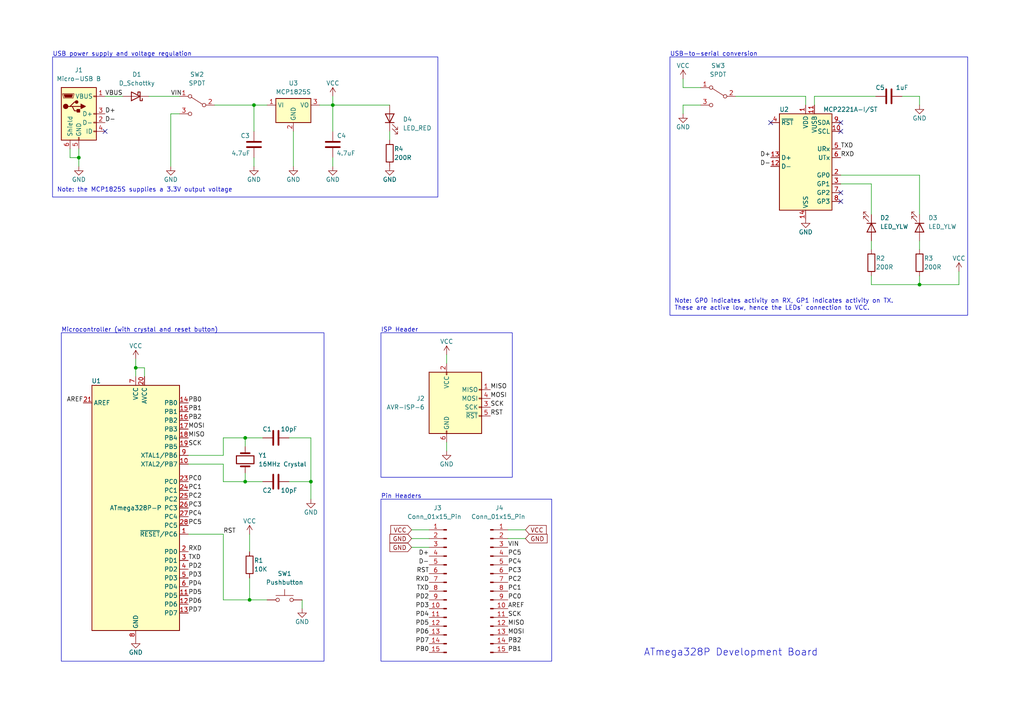
<source format=kicad_sch>
(kicad_sch (version 20230121) (generator eeschema)
  (paper "A4")
  (lib_symbols
    (symbol "Connector:AVR-ISP-6" (pin_names (offset 1.016))
      (property "Reference" "J" (at -6.35 11.43 0))
      (property "Value" "AVR-ISP-6" (at 0 11.43 0))
      (symbol "AVR-ISP-6_0_1"
        (rectangle (start -2.667 -6.858) (end -2.413 -7.62))
        (rectangle (start -2.667 10.16) (end -2.413 9.398))
        (rectangle (start 7.62 -2.413) (end 6.858 -2.667))
        (rectangle (start 7.62 0.127) (end 6.858 -0.127))
        (rectangle (start 7.62 2.667) (end 6.858 2.413))
        (rectangle (start 7.62 5.207) (end 6.858 4.953))
        (rectangle (start 7.62 10.16) (end -7.62 -7.62) (stroke (width 0.254)) (fill (type background)))
      )
      (symbol "AVR-ISP-6_1_1"
        (pin passive line (at 10.16 5.08 180) (length 2.54) (name "MISO") (number "1"))
        (pin passive line (at -2.54 12.7 270) (length 2.54) (name "VCC") (number "2"))
        (pin passive line (at 10.16 0 180) (length 2.54) (name "SCK") (number "3"))
        (pin passive line (at 10.16 2.54 180) (length 2.54) (name "MOSI") (number "4"))
        (pin passive line (at 10.16 -2.54 180) (length 2.54) (name "~{RST}") (number "5"))
        (pin passive line (at -2.54 -10.16 90) (length 2.54) (name "GND") (number "6"))
      )
    )
    (symbol "Connector:Conn_01x15_Pin" (pin_names (offset 1.016) hide)
      (property "Reference" "J" (at 0 20.32 0))
      (property "Value" "Conn_01x15_Pin" (at 0 -20.32 0))
      (symbol "Conn_01x15_Pin_1_1"
        (polyline (pts (xy 1.27 -17.78) (xy 0.8636 -17.78)) (stroke (width 0.1524)))
        (polyline (pts (xy 1.27 -15.24) (xy 0.8636 -15.24)) (stroke (width 0.1524)))
        (polyline (pts (xy 1.27 -12.7) (xy 0.8636 -12.7)) (stroke (width 0.1524)))
        (polyline (pts (xy 1.27 -10.16) (xy 0.8636 -10.16)) (stroke (width 0.1524)))
        (polyline (pts (xy 1.27 -7.62) (xy 0.8636 -7.62)) (stroke (width 0.1524)))
        (polyline (pts (xy 1.27 -5.08) (xy 0.8636 -5.08)) (stroke (width 0.1524)))
        (polyline (pts (xy 1.27 -2.54) (xy 0.8636 -2.54)) (stroke (width 0.1524)))
        (polyline (pts (xy 1.27 0) (xy 0.8636 0)) (stroke (width 0.1524)))
        (polyline (pts (xy 1.27 2.54) (xy 0.8636 2.54)) (stroke (width 0.1524)))
        (polyline (pts (xy 1.27 5.08) (xy 0.8636 5.08)) (stroke (width 0.1524)))
        (polyline (pts (xy 1.27 7.62) (xy 0.8636 7.62)) (stroke (width 0.1524)))
        (polyline (pts (xy 1.27 10.16) (xy 0.8636 10.16)) (stroke (width 0.1524)))
        (polyline (pts (xy 1.27 12.7) (xy 0.8636 12.7)) (stroke (width 0.1524)))
        (polyline (pts (xy 1.27 15.24) (xy 0.8636 15.24)) (stroke (width 0.1524)))
        (polyline (pts (xy 1.27 17.78) (xy 0.8636 17.78)) (stroke (width 0.1524)))
        (rectangle (start 0.8636 -17.653) (end 0 -17.907) (stroke (width 0.1524)) (fill (type outline)))
        (rectangle (start 0.8636 -15.113) (end 0 -15.367) (stroke (width 0.1524)) (fill (type outline)))
        (rectangle (start 0.8636 -12.573) (end 0 -12.827) (stroke (width 0.1524)) (fill (type outline)))
        (rectangle (start 0.8636 -10.033) (end 0 -10.287) (stroke (width 0.1524)) (fill (type outline)))
        (rectangle (start 0.8636 -7.493) (end 0 -7.747) (stroke (width 0.1524)) (fill (type outline)))
        (rectangle (start 0.8636 -4.953) (end 0 -5.207) (stroke (width 0.1524)) (fill (type outline)))
        (rectangle (start 0.8636 -2.413) (end 0 -2.667) (stroke (width 0.1524)) (fill (type outline)))
        (rectangle (start 0.8636 0.127) (end 0 -0.127) (stroke (width 0.1524)) (fill (type outline)))
        (rectangle (start 0.8636 2.667) (end 0 2.413) (stroke (width 0.1524)) (fill (type outline)))
        (rectangle (start 0.8636 5.207) (end 0 4.953) (stroke (width 0.1524)) (fill (type outline)))
        (rectangle (start 0.8636 7.747) (end 0 7.493) (stroke (width 0.1524)) (fill (type outline)))
        (rectangle (start 0.8636 10.287) (end 0 10.033) (stroke (width 0.1524)) (fill (type outline)))
        (rectangle (start 0.8636 12.827) (end 0 12.573) (stroke (width 0.1524)) (fill (type outline)))
        (rectangle (start 0.8636 15.367) (end 0 15.113) (stroke (width 0.1524)) (fill (type outline)))
        (rectangle (start 0.8636 17.907) (end 0 17.653) (stroke (width 0.1524)) (fill (type outline)))
        (pin passive line (at 5.08 17.78 180) (length 3.81) (name "Pin_1") (number "1"))
        (pin passive line (at 5.08 -5.08 180) (length 3.81) (name "Pin_10") (number "10"))
        (pin passive line (at 5.08 -7.62 180) (length 3.81) (name "Pin_11") (number "11"))
        (pin passive line (at 5.08 -10.16 180) (length 3.81) (name "Pin_12") (number "12"))
        (pin passive line (at 5.08 -12.7 180) (length 3.81) (name "Pin_13") (number "13"))
        (pin passive line (at 5.08 -15.24 180) (length 3.81) (name "Pin_14") (number "14"))
        (pin passive line (at 5.08 -17.78 180) (length 3.81) (name "Pin_15") (number "15"))
        (pin passive line (at 5.08 15.24 180) (length 3.81) (name "Pin_2") (number "2"))
        (pin passive line (at 5.08 12.7 180) (length 3.81) (name "Pin_3") (number "3"))
        (pin passive line (at 5.08 10.16 180) (length 3.81) (name "Pin_4") (number "4"))
        (pin passive line (at 5.08 7.62 180) (length 3.81) (name "Pin_5") (number "5"))
        (pin passive line (at 5.08 5.08 180) (length 3.81) (name "Pin_6") (number "6"))
        (pin passive line (at 5.08 2.54 180) (length 3.81) (name "Pin_7") (number "7"))
        (pin passive line (at 5.08 0 180) (length 3.81) (name "Pin_8") (number "8"))
        (pin passive line (at 5.08 -2.54 180) (length 3.81) (name "Pin_9") (number "9"))
      )
    )
    (symbol "Connector:USB_B_Micro" (pin_names (offset 1.016))
      (property "Reference" "J" (at -5.08 11.43 0))
      (property "Value" "USB_B_Micro" (at -5.08 8.89 0))
      (symbol "USB_B_Micro_0_1"
        (rectangle (start -5.08 -7.62) (end 5.08 7.62) (stroke (width 0.254)) (fill (type background)))
        (circle (center -3.81 2.159) (radius 0.635) (stroke (width 0.254)) (fill (type outline)))
        (circle (center -0.635 3.429) (radius 0.381) (stroke (width 0.254)) (fill (type outline)))
        (rectangle (start -0.127 -7.62) (end 0.127 -6.858))
        (polyline (pts (xy -1.905 2.159) (xy 0.635 2.159)) (stroke (width 0.254)))
        (polyline (pts (xy -3.175 2.159) (xy -2.54 2.159) (xy -1.27 3.429) (xy -0.635 3.429)) (stroke (width 0.254)))
        (polyline (pts (xy -2.54 2.159) (xy -1.905 2.159) (xy -1.27 0.889) (xy 0 0.889)) (stroke (width 0.254)))
        (polyline (pts (xy 0.635 2.794) (xy 0.635 1.524) (xy 1.905 2.159) (xy 0.635 2.794)) (stroke (width 0.254)) (fill (type outline)))
        (polyline (pts (xy -4.318 5.588) (xy -1.778 5.588) (xy -2.032 4.826) (xy -4.064 4.826) (xy -4.318 5.588)) (fill (type outline)))
        (polyline (pts (xy -4.699 5.842) (xy -4.699 5.588) (xy -4.445 4.826) (xy -4.445 4.572) (xy -1.651 4.572) (xy -1.651 4.826) (xy -1.397 5.588) (xy -1.397 5.842) (xy -4.699 5.842)))
        (rectangle (start 0.254 1.27) (end -0.508 0.508) (stroke (width 0.254)) (fill (type outline)))
        (rectangle (start 5.08 -5.207) (end 4.318 -4.953))
        (rectangle (start 5.08 -2.667) (end 4.318 -2.413))
        (rectangle (start 5.08 -0.127) (end 4.318 0.127))
        (rectangle (start 5.08 4.953) (end 4.318 5.207))
      )
      (symbol "USB_B_Micro_1_1"
        (pin power_out line (at 7.62 5.08 180) (length 2.54) (name "VBUS") (number "1"))
        (pin bidirectional line (at 7.62 -2.54 180) (length 2.54) (name "D-") (number "2"))
        (pin bidirectional line (at 7.62 0 180) (length 2.54) (name "D+") (number "3"))
        (pin passive line (at 7.62 -5.08 180) (length 2.54) (name "ID") (number "4"))
        (pin power_out line (at 0 -10.16 90) (length 2.54) (name "GND") (number "5"))
        (pin passive line (at -2.54 -10.16 90) (length 2.54) (name "Shield") (number "6"))
      )
    )
    (symbol "Device:C" (pin_numbers hide) (pin_names (offset 0.254))
      (property "Reference" "C" (at 0.635 2.54 0))
      (property "Value" "C" (at 0.635 -2.54 0))
      (symbol "C_0_1"
        (polyline (pts (xy -2.032 -0.762) (xy 2.032 -0.762)) (stroke (width 0.508)))
        (polyline (pts (xy -2.032 0.762) (xy 2.032 0.762)) (stroke (width 0.508)))
      )
      (symbol "C_1_1"
        (pin passive line (at 0 3.81 270) (length 2.794) (name "~") (number "1"))
        (pin passive line (at 0 -3.81 90) (length 2.794) (name "~") (number "2"))
      )
    )
    (symbol "Device:Crystal" (pin_numbers hide) (pin_names (offset 1.016) hide)
      (property "Reference" "Y" (at 0 3.81 0))
      (property "Value" "Crystal" (at 0 -3.81 0))
      (symbol "Crystal_0_1"
        (rectangle (start -1.143 2.54) (end 1.143 -2.54) (stroke (width 0.3048)))
        (polyline (pts (xy -2.54 0) (xy -1.905 0)))
        (polyline (pts (xy -1.905 -1.27) (xy -1.905 1.27)) (stroke (width 0.508)))
        (polyline (pts (xy 1.905 -1.27) (xy 1.905 1.27)) (stroke (width 0.508)))
        (polyline (pts (xy 2.54 0) (xy 1.905 0)))
      )
      (symbol "Crystal_1_1"
        (pin passive line (at -3.81 0 0) (length 1.27) (name "1") (number "1"))
        (pin passive line (at 3.81 0 180) (length 1.27) (name "2") (number "2"))
      )
    )
    (symbol "Device:D_Schottky" (pin_numbers hide) (pin_names (offset 1.016) hide)
      (property "Reference" "D" (at 0 2.54 0))
      (property "Value" "D_Schottky" (at 0 -2.54 0))
      (symbol "D_Schottky_0_1"
        (polyline (pts (xy 1.27 0) (xy -1.27 0)))
        (polyline (pts (xy 1.27 1.27) (xy 1.27 -1.27) (xy -1.27 0) (xy 1.27 1.27)) (stroke (width 0.254)))
        (polyline (pts (xy -1.905 0.635) (xy -1.905 1.27) (xy -1.27 1.27) (xy -1.27 -1.27) (xy -0.635 -1.27) (xy -0.635 -0.635)) (stroke (width 0.254)))
      )
      (symbol "D_Schottky_1_1"
        (pin passive line (at -3.81 0 0) (length 2.54) (name "K") (number "1"))
        (pin passive line (at 3.81 0 180) (length 2.54) (name "A") (number "2"))
      )
    )
    (symbol "Device:LED" (pin_numbers hide) (pin_names (offset 1.016) hide)
      (property "Reference" "D" (at 0 2.54 0))
      (property "Value" "LED" (at 0 -2.54 0))
      (symbol "LED_0_1"
        (polyline (pts (xy -1.27 -1.27) (xy -1.27 1.27)) (stroke (width 0.254)))
        (polyline (pts (xy -1.27 0) (xy 1.27 0)))
        (polyline (pts (xy 1.27 -1.27) (xy 1.27 1.27) (xy -1.27 0) (xy 1.27 -1.27)) (stroke (width 0.254)))
        (polyline (pts (xy -3.048 -0.762) (xy -4.572 -2.286) (xy -3.81 -2.286) (xy -4.572 -2.286) (xy -4.572 -1.524)))
        (polyline (pts (xy -1.778 -0.762) (xy -3.302 -2.286) (xy -2.54 -2.286) (xy -3.302 -2.286) (xy -3.302 -1.524)))
      )
      (symbol "LED_1_1"
        (pin passive line (at -3.81 0 0) (length 2.54) (name "K") (number "1"))
        (pin passive line (at 3.81 0 180) (length 2.54) (name "A") (number "2"))
      )
    )
    (symbol "Device:R" (pin_numbers hide) (pin_names (offset 0))
      (property "Reference" "R" (at 2.032 0 90))
      (property "Value" "R" (at 0 0 90))
      (symbol "R_0_1"
        (rectangle (start -1.016 -2.54) (end 1.016 2.54) (stroke (width 0.254)))
      )
      (symbol "R_1_1"
        (pin passive line (at 0 3.81 270) (length 1.27) (name "~") (number "1"))
        (pin passive line (at 0 -3.81 90) (length 1.27) (name "~") (number "2"))
      )
    )
    (symbol "Interface_USB:MCP2221AxST"
      (property "Reference" "U" (at -7.62 16.51 0))
      (property "Value" "MCP2221AxST" (at 12.7 16.51 0))
      (symbol "MCP2221AxST_0_1"
        (rectangle (start -7.62 15.24) (end 7.62 -12.7) (stroke (width 0.254)) (fill (type background)))
      )
      (symbol "MCP2221AxST_1_1"
        (pin power_in line (at 0 17.78 270) (length 2.54) (name "VDD") (number "1"))
        (pin bidirectional line (at 10.16 10.16 180) (length 2.54) (name "SCL") (number "10"))
        (pin passive line (at 2.54 17.78 270) (length 2.54) (name "VUSB") (number "11"))
        (pin bidirectional line (at -10.16 0 0) (length 2.54) (name "D-") (number "12"))
        (pin bidirectional line (at -10.16 2.54 0) (length 2.54) (name "D+") (number "13"))
        (pin power_in line (at 0 -15.24 90) (length 2.54) (name "VSS") (number "14"))
        (pin bidirectional line (at 10.16 -2.54 180) (length 2.54) (name "GP0") (number "2"))
        (pin bidirectional line (at 10.16 -5.08 180) (length 2.54) (name "GP1") (number "3"))
        (pin input line (at -10.16 12.7 0) (length 2.54) (name "~{RST}") (number "4"))
        (pin input line (at 10.16 5.08 180) (length 2.54) (name "URx") (number "5"))
        (pin output line (at 10.16 2.54 180) (length 2.54) (name "UTx") (number "6"))
        (pin bidirectional line (at 10.16 -7.62 180) (length 2.54) (name "GP2") (number "7"))
        (pin bidirectional line (at 10.16 -10.16 180) (length 2.54) (name "GP3") (number "8"))
        (pin bidirectional line (at 10.16 12.7 180) (length 2.54) (name "SDA") (number "9"))
      )
    )
    (symbol "MCU_Microchip_ATmega:ATmega328P-P"
      (property "Reference" "U" (at -12.7 36.83 0))
      (property "Value" "ATmega328P-P" (at 2.54 -36.83 0))
      (symbol "ATmega328P-P_0_1"
        (rectangle (start -12.7 -35.56) (end 12.7 35.56) (stroke (width 0.254)) (fill (type background)))
      )
      (symbol "ATmega328P-P_1_1"
        (pin bidirectional line (at 15.24 -7.62 180) (length 2.54) (name "~{RESET}/PC6") (number "1"))
        (pin bidirectional line (at 15.24 12.7 180) (length 2.54) (name "XTAL2/PB7") (number "10"))
        (pin bidirectional line (at 15.24 -25.4 180) (length 2.54) (name "PD5") (number "11"))
        (pin bidirectional line (at 15.24 -27.94 180) (length 2.54) (name "PD6") (number "12"))
        (pin bidirectional line (at 15.24 -30.48 180) (length 2.54) (name "PD7") (number "13"))
        (pin bidirectional line (at 15.24 30.48 180) (length 2.54) (name "PB0") (number "14"))
        (pin bidirectional line (at 15.24 27.94 180) (length 2.54) (name "PB1") (number "15"))
        (pin bidirectional line (at 15.24 25.4 180) (length 2.54) (name "PB2") (number "16"))
        (pin bidirectional line (at 15.24 22.86 180) (length 2.54) (name "PB3") (number "17"))
        (pin bidirectional line (at 15.24 20.32 180) (length 2.54) (name "PB4") (number "18"))
        (pin bidirectional line (at 15.24 17.78 180) (length 2.54) (name "PB5") (number "19"))
        (pin bidirectional line (at 15.24 -12.7 180) (length 2.54) (name "PD0") (number "2"))
        (pin power_in line (at 2.54 38.1 270) (length 2.54) (name "AVCC") (number "20"))
        (pin passive line (at -15.24 30.48 0) (length 2.54) (name "AREF") (number "21"))
        (pin passive line (at 0 -38.1 90) (length 2.54) hide (name "GND") (number "22"))
        (pin bidirectional line (at 15.24 7.62 180) (length 2.54) (name "PC0") (number "23"))
        (pin bidirectional line (at 15.24 5.08 180) (length 2.54) (name "PC1") (number "24"))
        (pin bidirectional line (at 15.24 2.54 180) (length 2.54) (name "PC2") (number "25"))
        (pin bidirectional line (at 15.24 0 180) (length 2.54) (name "PC3") (number "26"))
        (pin bidirectional line (at 15.24 -2.54 180) (length 2.54) (name "PC4") (number "27"))
        (pin bidirectional line (at 15.24 -5.08 180) (length 2.54) (name "PC5") (number "28"))
        (pin bidirectional line (at 15.24 -15.24 180) (length 2.54) (name "PD1") (number "3"))
        (pin bidirectional line (at 15.24 -17.78 180) (length 2.54) (name "PD2") (number "4"))
        (pin bidirectional line (at 15.24 -20.32 180) (length 2.54) (name "PD3") (number "5"))
        (pin bidirectional line (at 15.24 -22.86 180) (length 2.54) (name "PD4") (number "6"))
        (pin power_in line (at 0 38.1 270) (length 2.54) (name "VCC") (number "7"))
        (pin power_in line (at 0 -38.1 90) (length 2.54) (name "GND") (number "8"))
        (pin bidirectional line (at 15.24 15.24 180) (length 2.54) (name "XTAL1/PB6") (number "9"))
      )
    )
    (symbol "Regulator_Linear:MCP1825S"
      (property "Reference" "U" (at -3.81 3.175 0))
      (property "Value" "MCP1825S" (at 0 3.175 0))
      (symbol "MCP1825S_0_1"
        (rectangle (start -5.08 1.905) (end 5.08 -5.08) (stroke (width 0.254)) (fill (type background)))
      )
      (symbol "MCP1825S_1_1"
        (pin power_in line (at -7.62 0 0) (length 2.54) (name "VI") (number "1"))
        (pin power_in line (at 0 -7.62 90) (length 2.54) (name "GND") (number "2"))
        (pin power_out line (at 7.62 0 180) (length 2.54) (name "VO") (number "3"))
      )
    )
    (symbol "Switch:SW_Push" (pin_numbers hide) (pin_names (offset 1.016) hide)
      (property "Reference" "SW" (at 1.27 2.54 0))
      (property "Value" "SW_Push" (at 0 -1.524 0))
      (symbol "SW_Push_0_1"
        (circle (center -2.032 0) (radius 0.508))
        (polyline (pts (xy 0 1.27) (xy 0 3.048)))
        (polyline (pts (xy 2.54 1.27) (xy -2.54 1.27)))
        (circle (center 2.032 0) (radius 0.508))
        (pin passive line (at -5.08 0 0) (length 2.54) (name "1") (number "1"))
        (pin passive line (at 5.08 0 180) (length 2.54) (name "2") (number "2"))
      )
    )
    (symbol "Switch:SW_SPDT" (pin_names (offset 0) hide)
      (property "Reference" "SW" (at 0 4.318 0))
      (property "Value" "SW_SPDT" (at 0 -5.08 0))
      (symbol "SW_SPDT_0_0"
        (circle (center -2.032 0) (radius 0.508))
        (circle (center 2.032 -2.54) (radius 0.508))
      )
      (symbol "SW_SPDT_0_1"
        (polyline (pts (xy -1.524 0.254) (xy 1.651 2.286)))
        (circle (center 2.032 2.54) (radius 0.508))
      )
      (symbol "SW_SPDT_1_1"
        (pin passive line (at 5.08 2.54 180) (length 2.54) (name "A") (number "1"))
        (pin passive line (at -5.08 0 0) (length 2.54) (name "B") (number "2"))
        (pin passive line (at 5.08 -2.54 180) (length 2.54) (name "C") (number "3"))
      )
    )
    (symbol "power:GND" (power) (pin_names (offset 0))
      (property "Value" "GND" (at 0 -3.81 0))
      (symbol "GND_0_1"
        (polyline (pts (xy 0 0) (xy 0 -1.27) (xy 1.27 -1.27) (xy 0 -2.54) (xy -1.27 -1.27) (xy 0 -1.27)))
      )
      (symbol "GND_1_1"
        (pin power_in line (at 0 0 270) (length 0) hide (name "GND") (number "1"))
      )
    )
    (symbol "power:VCC" (power) (pin_names (offset 0))
      (property "Value" "VCC" (at 0 3.81 0))
      (symbol "VCC_0_1"
        (polyline (pts (xy -0.762 1.27) (xy 0 2.54)))
        (polyline (pts (xy 0 0) (xy 0 2.54)))
        (polyline (pts (xy 0 2.54) (xy 0.762 1.27)))
      )
      (symbol "VCC_1_1"
        (pin power_in line (at 0 0 90) (length 0) hide (name "VCC") (number "1"))
      )
    )
  )
  (junction (at 73.66 30.48))
  (junction (at 72.39 173.99))
  (junction (at 71.12 127))
  (junction (at 90.17 139.7))
  (junction (at 266.7 82.55))
  (junction (at 22.86 45.72))
  (junction (at 39.37 106.68))
  (junction (at 71.12 139.7))
  (junction (at 96.52 30.48))
  (no_connect (at 243.84 55.88))
  (no_connect (at 243.84 38.1))
  (no_connect (at 223.52 35.56))
  (no_connect (at 30.48 38.1))
  (no_connect (at 243.84 35.56))
  (no_connect (at 243.84 58.42))
  (wire (pts (xy 243.84 53.34) (xy 252.73 53.34)))
  (wire (pts (xy 41.91 106.68) (xy 41.91 109.22)))
  (wire (pts (xy 198.12 22.86) (xy 198.12 25.4)))
  (wire (pts (xy 198.12 30.48) (xy 198.12 33.02)))
  (wire (pts (xy 203.2 30.48) (xy 198.12 30.48)))
  (wire (pts (xy 152.4 156.21) (xy 147.32 156.21)))
  (wire (pts (xy 96.52 30.48) (xy 96.52 38.1)))
  (wire (pts (xy 252.73 80.01) (xy 252.73 82.55)))
  (wire (pts (xy 71.12 127) (xy 76.2 127)))
  (wire (pts (xy 49.53 33.02) (xy 52.07 33.02)))
  (wire (pts (xy 119.38 158.75) (xy 124.46 158.75)))
  (wire (pts (xy 90.17 127) (xy 83.82 127)))
  (wire (pts (xy 266.7 27.94) (xy 266.7 30.48)))
  (wire (pts (xy 266.7 80.01) (xy 266.7 82.55)))
  (wire (pts (xy 87.63 173.99) (xy 87.63 176.53)))
  (wire (pts (xy 49.53 48.26) (xy 49.53 33.02)))
  (wire (pts (xy 92.71 30.48) (xy 96.52 30.48)))
  (wire (pts (xy 54.61 132.08) (xy 64.77 132.08)))
  (wire (pts (xy 243.84 50.8) (xy 266.7 50.8)))
  (wire (pts (xy 30.48 27.94) (xy 35.56 27.94)))
  (wire (pts (xy 39.37 106.68) (xy 41.91 106.68)))
  (wire (pts (xy 152.4 153.67) (xy 147.32 153.67)))
  (wire (pts (xy 96.52 45.72) (xy 96.52 48.26)))
  (wire (pts (xy 71.12 139.7) (xy 76.2 139.7)))
  (wire (pts (xy 64.77 139.7) (xy 64.77 134.62)))
  (wire (pts (xy 72.39 167.64) (xy 72.39 173.99)))
  (wire (pts (xy 96.52 30.48) (xy 113.03 30.48)))
  (wire (pts (xy 83.82 139.7) (xy 90.17 139.7)))
  (wire (pts (xy 261.62 27.94) (xy 266.7 27.94)))
  (wire (pts (xy 73.66 45.72) (xy 73.66 48.26)))
  (wire (pts (xy 22.86 45.72) (xy 22.86 43.18)))
  (wire (pts (xy 119.38 156.21) (xy 124.46 156.21)))
  (wire (pts (xy 252.73 69.85) (xy 252.73 72.39)))
  (wire (pts (xy 64.77 127) (xy 71.12 127)))
  (wire (pts (xy 266.7 69.85) (xy 266.7 72.39)))
  (wire (pts (xy 73.66 30.48) (xy 73.66 38.1)))
  (wire (pts (xy 71.12 127) (xy 71.12 129.54)))
  (wire (pts (xy 20.32 43.18) (xy 20.32 45.72)))
  (wire (pts (xy 278.13 82.55) (xy 278.13 78.74)))
  (wire (pts (xy 96.52 27.94) (xy 96.52 30.48)))
  (wire (pts (xy 64.77 154.94) (xy 64.77 173.99)))
  (wire (pts (xy 252.73 53.34) (xy 252.73 62.23)))
  (wire (pts (xy 233.68 27.94) (xy 233.68 30.48)))
  (wire (pts (xy 43.18 27.94) (xy 52.07 27.94)))
  (wire (pts (xy 73.66 30.48) (xy 77.47 30.48)))
  (wire (pts (xy 39.37 109.22) (xy 39.37 106.68)))
  (wire (pts (xy 213.36 27.94) (xy 233.68 27.94)))
  (wire (pts (xy 266.7 82.55) (xy 278.13 82.55)))
  (wire (pts (xy 72.39 173.99) (xy 77.47 173.99)))
  (wire (pts (xy 64.77 132.08) (xy 64.77 127)))
  (wire (pts (xy 252.73 82.55) (xy 266.7 82.55)))
  (wire (pts (xy 236.22 27.94) (xy 254 27.94)))
  (wire (pts (xy 64.77 173.99) (xy 72.39 173.99)))
  (wire (pts (xy 54.61 134.62) (xy 64.77 134.62)))
  (wire (pts (xy 85.09 38.1) (xy 85.09 48.26)))
  (wire (pts (xy 113.03 38.1) (xy 113.03 40.64)))
  (wire (pts (xy 71.12 139.7) (xy 64.77 139.7)))
  (wire (pts (xy 39.37 104.14) (xy 39.37 106.68)))
  (wire (pts (xy 54.61 154.94) (xy 64.77 154.94)))
  (wire (pts (xy 236.22 30.48) (xy 236.22 27.94)))
  (wire (pts (xy 198.12 25.4) (xy 203.2 25.4)))
  (wire (pts (xy 129.54 128.27) (xy 129.54 130.81)))
  (wire (pts (xy 90.17 127) (xy 90.17 139.7)))
  (wire (pts (xy 90.17 144.78) (xy 90.17 139.7)))
  (wire (pts (xy 71.12 139.7) (xy 71.12 137.16)))
  (wire (pts (xy 62.23 30.48) (xy 73.66 30.48)))
  (wire (pts (xy 129.54 102.87) (xy 129.54 105.41)))
  (wire (pts (xy 22.86 48.26) (xy 22.86 45.72)))
  (wire (pts (xy 72.39 154.94) (xy 72.39 160.02)))
  (wire (pts (xy 20.32 45.72) (xy 22.86 45.72)))
  (wire (pts (xy 266.7 50.8) (xy 266.7 62.23)))
  (wire (pts (xy 119.38 153.67) (xy 124.46 153.67)))
  (rectangle (start 110.49 96.52) (end 148.59 138.43))
  (rectangle (start 110.49 144.78) (end 160.02 191.77))
  (rectangle (start 194.31 16.51) (end 280.67 91.44))
  (rectangle (start 15.24 16.51) (end 127 57.15))
  (rectangle (start 17.78 96.52) (end 93.98 191.77))
  (text "ISP Header" (at 110.49 96.52 0) (effects (font (size 1.27 1.27)) (justify left bottom)))
  (text "Pin Headers" (at 110.49 144.78 0) (effects (font (size 1.27 1.27)) (justify left bottom)))
  (text "USB-to-serial conversion" (at 194.31 16.51 0) (effects (font (size 1.27 1.27)) (justify left bottom)))
  (text "ATmega328P Development Board" (at 186.69 190.5 0) (effects (font (size 2.032 2.032)) (justify left bottom)))
  (text "Note: the MCP1825S supplies a 3.3V output voltage" (at 16.51 55.88 0) (effects (font (size 1.27 1.27)) (justify left bottom)))
  (text "Microcontroller (with crystal and reset button)" (at 17.78 96.52 0) (effects (font (size 1.27 1.27)) (justify left bottom)))
  (text "Note: GP0 indicates activity on RX, GP1 indicates activity on TX. \nThese are active low, hence the LEDs' connection to VCC." (at 195.58 90.17 0) (effects (font (size 1.27 1.27)) (justify left bottom)))
  (text "USB power supply and voltage regulation" (at 15.24 16.51 0) (effects (font (size 1.27 1.27)) (justify left bottom)))
  (label "MOSI" (at 147.32 184.15 0))
  (label "SCK" (at 142.24 118.11 0))
  (label "PC1" (at 54.61 142.24 0))
  (label "PD5" (at 124.46 181.61 180))
  (label "PC4" (at 147.32 163.83 0))
  (label "PC4" (at 54.61 149.86 0))
  (label "PD3" (at 124.46 176.53 180))
  (label "PC5" (at 54.61 152.4 0))
  (label "RXD" (at 54.61 160.02 0))
  (label "PC2" (at 147.32 168.91 0))
  (label "D+" (at 124.46 161.29 180))
  (label "PB1" (at 54.61 119.38 0))
  (label "MISO" (at 54.61 127 0))
  (label "MISO" (at 147.32 181.61 0))
  (label "D-" (at 30.48 35.56 0))
  (label "RST" (at 142.24 120.65 0))
  (label "RXD" (at 124.46 168.91 180))
  (label "PD2" (at 124.46 173.99 180))
  (label "TXD" (at 54.61 162.56 0))
  (label "PC0" (at 147.32 173.99 0))
  (label "PD7" (at 54.61 177.8 0))
  (label "PB2" (at 147.32 186.69 0))
  (label "MISO" (at 142.24 113.03 0))
  (label "RST" (at 64.77 154.94 0))
  (label "PC5" (at 147.32 161.29 0))
  (label "MOSI" (at 54.61 124.46 0))
  (label "D+" (at 30.48 33.02 0))
  (label "PD2" (at 54.61 165.1 0))
  (label "PC3" (at 54.61 147.32 0))
  (label "VIN" (at 147.32 158.75 0))
  (label "RXD" (at 243.84 45.72 0))
  (label "PD3" (at 54.61 167.64 0))
  (label "TXD" (at 243.84 43.18 0))
  (label "PB1" (at 147.32 189.23 0))
  (label "PD7" (at 124.46 186.69 180))
  (label "PB2" (at 54.61 121.92 0))
  (label "PD5" (at 54.61 172.72 0))
  (label "D-" (at 124.46 163.83 180))
  (label "D+" (at 223.52 45.72 180))
  (label "PB0" (at 54.61 116.84 0))
  (label "PC1" (at 147.32 171.45 0))
  (label "PB0" (at 124.46 189.23 180))
  (label "MOSI" (at 142.24 115.57 0))
  (label "RST" (at 124.46 166.37 180))
  (label "AREF" (at 24.13 116.84 180))
  (label "PD6" (at 54.61 175.26 0))
  (label "PC2" (at 54.61 144.78 0))
  (label "VBUS" (at 30.48 27.94 0))
  (label "PC0" (at 54.61 139.7 0))
  (label "SCK" (at 54.61 129.54 0))
  (label "AREF" (at 147.32 176.53 0))
  (label "PD4" (at 124.46 179.07 180))
  (label "SCK" (at 147.32 179.07 0))
  (label "PD4" (at 54.61 170.18 0))
  (label "PC3" (at 147.32 166.37 0))
  (label "TXD" (at 124.46 171.45 180))
  (label "VIN" (at 49.53 27.94 0))
  (label "PD6" (at 124.46 184.15 180))
  (label "D-" (at 223.52 48.26 180))
  (global_label "VCC" (shape input) (at 119.38 153.67 180) (property "Intersheetrefs" "${INTERSHEET_REFS}" (effects hide)))
  (global_label "GND" (shape input) (at 119.38 156.21 180) (property "Intersheetrefs" "${INTERSHEET_REFS}" (effects hide)))
  (global_label "GND" (shape input) (at 119.38 158.75 180) (property "Intersheetrefs" "${INTERSHEET_REFS}" (effects hide)))
  (global_label "VCC" (shape input) (at 152.4 153.67 0) (property "Intersheetrefs" "${INTERSHEET_REFS}" (effects hide)))
  (global_label "GND" (shape input) (at 152.4 156.21 0) (property "Intersheetrefs" "${INTERSHEET_REFS}" (effects hide)))
  (symbol (lib_id "power:GND") (at 73.66 48.26 0) (unit 1)
    (property "Reference" "#PWR08" (effects hide))
    (property "Value" "GND" (at 73.66 52.07 0))
  )
  (symbol (lib_id "Connector:Conn_01x15_Pin") (at 142.24 171.45 0) (unit 1)
    (property "Reference" "J4" (at 146.05 147.32 0) (effects (justify right)))
    (property "Value" "Conn_01x15_Pin" (at 152.4 149.86 0) (effects (justify right)))
    (property "Footprint" "Connector_PinHeader_2.54mm:PinHeader_1x15_P2.54mm_Vertical" (effects hide))
  )
  (symbol (lib_id "Connector:Conn_01x15_Pin") (at 129.54 171.45 0) (mirror y) (unit 1)
    (property "Reference" "J3" (at 125.73 147.32 0) (effects (justify right)))
    (property "Value" "Conn_01x15_Pin" (at 118.11 149.86 0) (effects (justify right)))
    (property "Footprint" "Connector_PinHeader_2.54mm:PinHeader_1x15_P2.54mm_Vertical" (effects hide))
  )
  (symbol (lib_id "Switch:SW_Push") (at 82.55 173.99 0) (unit 1)
    (property "Reference" "SW1" (at 82.55 166.37 0))
    (property "Value" "Pushbutton" (at 82.55 168.91 0))
    (property "Footprint" "Button_Switch_THT:SW_PUSH_6mm" (effects hide))
  )
  (symbol (lib_id "Regulator_Linear:MCP1825S") (at 85.09 30.48 0) (unit 1)
    (property "Reference" "U3" (at 85.09 24.13 0))
    (property "Value" "MCP1825S" (at 85.09 26.67 0))
    (property "Footprint" "Package_TO_SOT_SMD:SOT-223-3_TabPin2" (effects hide))
    (property "Datasheet" "http://ww1.microchip.com/downloads/en/devicedoc/22056b.pdf" (effects hide))
  )
  (symbol (lib_id "power:GND") (at 49.53 48.26 0) (unit 1)
    (property "Reference" "#PWR07" (effects hide))
    (property "Value" "GND" (at 49.53 52.07 0))
  )
  (symbol (lib_id "power:GND") (at 198.12 33.02 0) (unit 1)
    (property "Reference" "#PWR013" (effects hide))
    (property "Value" "GND" (at 198.12 36.83 0))
  )
  (symbol (lib_id "Device:R") (at 113.03 44.45 0) (unit 1)
    (property "Reference" "R4" (at 114.3 43.18 0) (effects (justify left)))
    (property "Value" "200R" (at 114.3 45.72 0) (effects (justify left)))
    (property "Footprint" "Resistor_SMD:R_0805_2012Metric_Pad1.20x1.40mm_HandSolder" (effects hide))
  )
  (symbol (lib_id "Switch:SW_SPDT") (at 57.15 30.48 0) (mirror y) (unit 1)
    (property "Reference" "SW2" (at 57.15 21.59 0))
    (property "Value" "SPDT" (at 57.15 24.13 0))
    (property "Footprint" "devboard:slide_switch" (effects hide))
  )
  (symbol (lib_id "power:GND") (at 129.54 130.81 0) (unit 1)
    (property "Reference" "#PWR018" (effects hide))
    (property "Value" "GND" (at 129.54 134.62 0))
  )
  (symbol (lib_id "power:GND") (at 113.03 48.26 0) (unit 1)
    (property "Reference" "#PWR019" (effects hide))
    (property "Value" "GND" (at 113.03 52.07 0))
  )
  (symbol (lib_id "Connector:AVR-ISP-6") (at 132.08 118.11 0) (unit 1)
    (property "Reference" "J2" (at 123.19 115.57 0) (effects (justify right)))
    (property "Value" "AVR-ISP-6" (at 123.19 118.11 0) (effects (justify right)))
    (property "Footprint" "Connector_IDC:IDC-Header_2x03_P2.54mm_Vertical" (effects hide))
    (property "Datasheet" " ~" (effects hide))
  )
  (symbol (lib_id "Device:R") (at 252.73 76.2 0) (unit 1)
    (property "Reference" "R2" (at 254 74.93 0) (effects (justify left)))
    (property "Value" "200R" (at 254 77.47 0) (effects (justify left)))
    (property "Footprint" "Resistor_SMD:R_0805_2012Metric_Pad1.20x1.40mm_HandSolder" (effects hide))
  )
  (symbol (lib_id "Switch:SW_SPDT") (at 208.28 27.94 0) (mirror y) (unit 1)
    (property "Reference" "SW3" (at 208.28 19.05 0))
    (property "Value" "SPDT" (at 208.28 21.59 0))
    (property "Footprint" "devboard:slide_switch" (effects hide))
  )
  (symbol (lib_id "Device:R") (at 72.39 163.83 0) (unit 1)
    (property "Reference" "R1" (at 73.66 162.56 0) (effects (justify left)))
    (property "Value" "10K" (at 73.66 165.1 0) (effects (justify left)))
    (property "Footprint" "Resistor_SMD:R_0805_2012Metric_Pad1.20x1.40mm_HandSolder" (effects hide))
  )
  (symbol (lib_id "Device:C") (at 80.01 139.7 270) (unit 1)
    (property "Reference" "C2" (at 77.47 142.24 90))
    (property "Value" "10pF" (at 83.82 142.24 90))
    (property "Footprint" "Capacitor_SMD:C_0805_2012Metric_Pad1.18x1.45mm_HandSolder" (effects hide))
  )
  (symbol (lib_id "power:GND") (at 39.37 185.42 0) (unit 1)
    (property "Reference" "#PWR01" (effects hide))
    (property "Value" "GND" (at 39.37 189.23 0))
  )
  (symbol (lib_id "power:VCC") (at 129.54 102.87 0) (unit 1)
    (property "Reference" "#PWR017" (effects hide))
    (property "Value" "VCC" (at 129.54 99.06 0))
  )
  (symbol (lib_id "MCU_Microchip_ATmega:ATmega328P-P") (at 39.37 147.32 0) (unit 1)
    (property "Reference" "U1" (at 27.94 110.49 0))
    (property "Value" "ATmega328P-P" (at 39.37 147.32 0))
    (property "Footprint" "Package_DIP:DIP-28_W7.62mm" (effects hide))
    (property "Datasheet" "http://ww1.microchip.com/downloads/en/DeviceDoc/ATmega328_P%20AVR%20MCU%20with%20picoPower%20Technology%20Data%20Sheet%2040001984A.pdf" (effects hide))
  )
  (symbol (lib_id "Device:R") (at 266.7 76.2 0) (unit 1)
    (property "Reference" "R3" (at 267.97 74.93 0) (effects (justify left)))
    (property "Value" "200R" (at 267.97 77.47 0) (effects (justify left)))
    (property "Footprint" "Resistor_SMD:R_0805_2012Metric_Pad1.20x1.40mm_HandSolder" (effects hide))
  )
  (symbol (lib_id "power:VCC") (at 278.13 78.74 0) (unit 1)
    (property "Reference" "#PWR016" (effects hide))
    (property "Value" "VCC" (at 278.13 74.93 0))
  )
  (symbol (lib_id "Device:LED") (at 113.03 34.29 90) (unit 1)
    (property "Reference" "D4" (at 116.84 34.6075 90) (effects (justify right)))
    (property "Value" "LED_RED" (at 116.84 37.1475 90) (effects (justify right)))
    (property "Footprint" "LED_SMD:LED_0805_2012Metric_Pad1.15x1.40mm_HandSolder" (effects hide))
  )
  (symbol (lib_id "Device:D_Schottky") (at 39.37 27.94 180) (unit 1)
    (property "Reference" "D1" (at 39.6875 21.59 0))
    (property "Value" "D_Schottky" (at 39.6875 24.13 0))
    (property "Footprint" "Diode_SMD:D_0805_2012Metric_Pad1.15x1.40mm_HandSolder" (effects hide))
  )
  (symbol (lib_id "power:GND") (at 90.17 144.78 0) (unit 1)
    (property "Reference" "#PWR03" (effects hide))
    (property "Value" "GND" (at 90.17 148.59 0))
  )
  (symbol (lib_id "Interface_USB:MCP2221AxST") (at 233.68 48.26 0) (unit 1)
    (property "Reference" "U2" (at 226.06 31.75 0) (effects (justify left)))
    (property "Value" "MCP2221A-I/ST" (at 238.76 31.75 0) (effects (justify left)))
    (property "Footprint" "Package_SO:TSSOP-14_4.4x5mm_P0.65mm" (effects hide))
    (property "Datasheet" "http://ww1.microchip.com/downloads/en/DeviceDoc/20005565B.pdf" (effects hide))
    (property "Manufacturer" "Microchip" (effects hide))
    (property "Mfr Part #" "MCP2221A-I/ST" (effects hide))
  )
  (symbol (lib_id "Device:C") (at 73.66 41.91 0) (unit 1)
    (property "Reference" "C3" (at 71.12 39.37 0))
    (property "Value" "4.7uF" (at 69.85 44.45 0))
    (property "Footprint" "Capacitor_SMD:C_0805_2012Metric_Pad1.18x1.45mm_HandSolder" (effects hide))
  )
  (symbol (lib_id "Device:C") (at 96.52 41.91 180) (unit 1)
    (property "Reference" "C4" (at 99.06 39.37 0))
    (property "Value" "4.7uF" (at 100.33 44.45 0))
    (property "Footprint" "Capacitor_SMD:C_0805_2012Metric_Pad1.18x1.45mm_HandSolder" (effects hide))
  )
  (symbol (lib_id "Device:LED") (at 252.73 66.04 270) (unit 1)
    (property "Reference" "D2" (at 255.27 63.1825 90) (effects (justify left)))
    (property "Value" "LED_YLW" (at 255.27 65.7225 90) (effects (justify left)))
    (property "Footprint" "LED_SMD:LED_0805_2012Metric_Pad1.15x1.40mm_HandSolder" (effects hide))
  )
  (symbol (lib_id "Device:C") (at 257.81 27.94 270) (unit 1)
    (property "Reference" "C5" (at 255.27 25.4 90))
    (property "Value" "1uF" (at 261.62 25.4 90))
    (property "Footprint" "Capacitor_SMD:C_0805_2012Metric_Pad1.18x1.45mm_HandSolder" (effects hide))
    (property "Manufacturer" "KEMET" (effects hide))
    (property "Mfr Part #" "C0805C105K3RACTU " (effects hide))
  )
  (symbol (lib_id "power:GND") (at 22.86 48.26 0) (unit 1)
    (property "Reference" "#PWR06" (effects hide))
    (property "Value" "GND" (at 22.86 52.07 0))
  )
  (symbol (lib_id "Device:LED") (at 266.7 66.04 270) (unit 1)
    (property "Reference" "D3" (at 269.24 63.1825 90) (effects (justify left)))
    (property "Value" "LED_YLW" (at 269.24 65.7225 90) (effects (justify left)))
    (property "Footprint" "LED_SMD:LED_0805_2012Metric_Pad1.15x1.40mm_HandSolder" (effects hide))
  )
  (symbol (lib_id "power:GND") (at 85.09 48.26 0) (unit 1)
    (property "Reference" "#PWR09" (effects hide))
    (property "Value" "GND" (at 85.09 52.07 0))
  )
  (symbol (lib_id "Device:C") (at 80.01 127 270) (unit 1)
    (property "Reference" "C1" (at 77.47 124.46 90))
    (property "Value" "10pF" (at 83.82 124.46 90))
    (property "Footprint" "Capacitor_SMD:C_0805_2012Metric_Pad1.18x1.45mm_HandSolder" (effects hide))
  )
  (symbol (lib_id "Device:Crystal") (at 71.12 133.35 90) (unit 1)
    (property "Reference" "Y1" (at 74.93 132.08 90) (effects (justify right)))
    (property "Value" "16MHz Crystal" (at 74.93 134.62 90) (effects (justify right)))
    (property "Footprint" "Crystal:Crystal_HC49-U_Vertical" (effects hide))
  )
  (symbol (lib_id "power:VCC") (at 96.52 27.94 0) (unit 1)
    (property "Reference" "#PWR011" (effects hide))
    (property "Value" "VCC" (at 96.52 24.13 0))
  )
  (symbol (lib_id "power:GND") (at 233.68 63.5 0) (unit 1)
    (property "Reference" "#PWR015" (effects hide))
    (property "Value" "GND" (at 233.68 67.31 0))
  )
  (symbol (lib_id "power:GND") (at 87.63 176.53 0) (unit 1)
    (property "Reference" "#PWR05" (effects hide))
    (property "Value" "GND" (at 87.63 180.34 0))
  )
  (symbol (lib_id "power:VCC") (at 72.39 154.94 0) (unit 1)
    (property "Reference" "#PWR04" (effects hide))
    (property "Value" "VCC" (at 72.39 151.13 0))
  )
  (symbol (lib_id "power:GND") (at 96.52 48.26 0) (unit 1)
    (property "Reference" "#PWR010" (effects hide))
    (property "Value" "GND" (at 96.52 52.07 0))
  )
  (symbol (lib_id "power:GND") (at 266.7 30.48 0) (unit 1)
    (property "Reference" "#PWR014" (effects hide))
    (property "Value" "GND" (at 266.7 34.29 0))
  )
  (symbol (lib_id "power:VCC") (at 198.12 22.86 0) (unit 1)
    (property "Reference" "#PWR012" (effects hide))
    (property "Value" "VCC" (at 198.12 19.05 0))
  )
  (symbol (lib_id "Connector:USB_B_Micro") (at 22.86 33.02 0) (unit 1)
    (property "Reference" "J1" (at 22.86 20.32 0))
    (property "Value" "Micro-USB B" (at 22.86 22.86 0))
    (property "Footprint" "Connector_USB:USB_Micro-B_Amphenol_10118194_Horizontal" (effects hide))
  )
  (symbol (lib_id "power:VCC") (at 39.37 104.14 0) (unit 1)
    (property "Reference" "#PWR02" (effects hide))
    (property "Value" "VCC" (at 39.37 100.33 0))
  )
)
</source>
